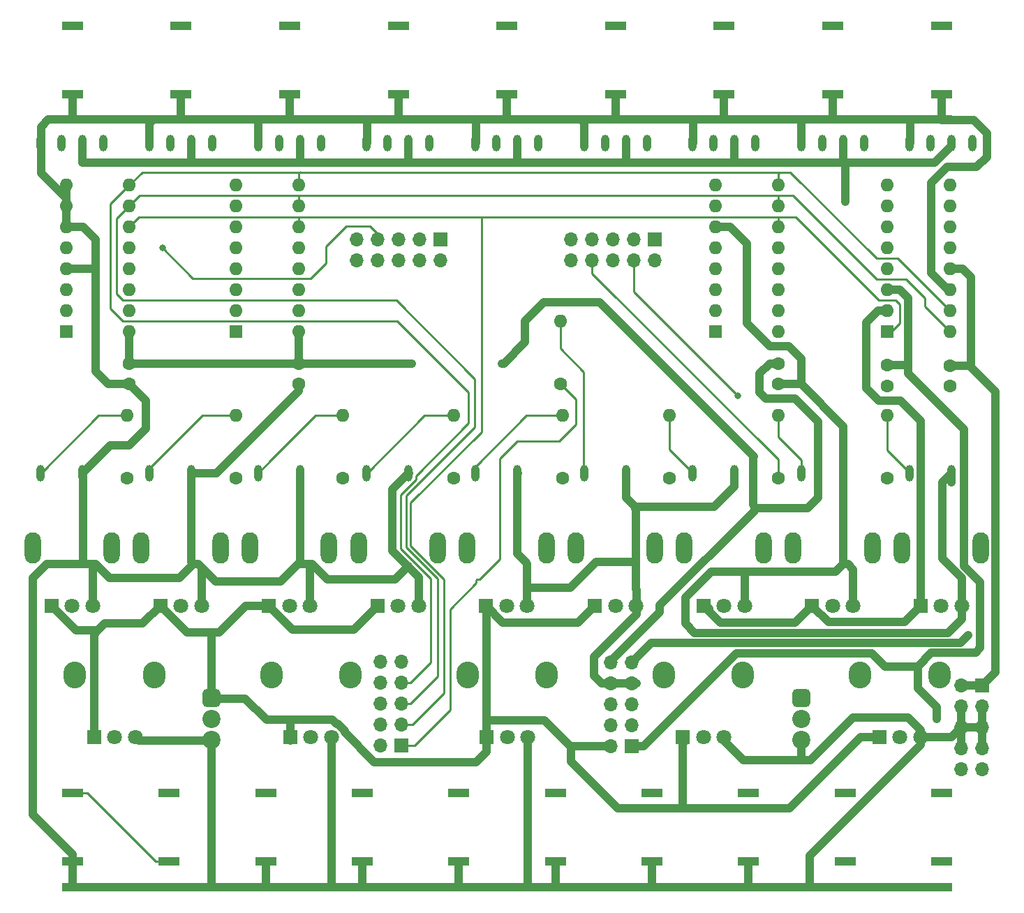
<source format=gbr>
G04 #@! TF.GenerationSoftware,KiCad,Pcbnew,8.0.5*
G04 #@! TF.CreationDate,2025-04-20T22:26:55-07:00*
G04 #@! TF.ProjectId,Tap-O-Matic,5461702d-4f2d-44d6-9174-69632e6b6963,rev?*
G04 #@! TF.SameCoordinates,Original*
G04 #@! TF.FileFunction,Copper,L2,Bot*
G04 #@! TF.FilePolarity,Positive*
%FSLAX46Y46*%
G04 Gerber Fmt 4.6, Leading zero omitted, Abs format (unit mm)*
G04 Created by KiCad (PCBNEW 8.0.5) date 2025-04-20 22:26:55*
%MOMM*%
%LPD*%
G01*
G04 APERTURE LIST*
G04 Aperture macros list*
%AMRoundRect*
0 Rectangle with rounded corners*
0 $1 Rounding radius*
0 $2 $3 $4 $5 $6 $7 $8 $9 X,Y pos of 4 corners*
0 Add a 4 corners polygon primitive as box body*
4,1,4,$2,$3,$4,$5,$6,$7,$8,$9,$2,$3,0*
0 Add four circle primitives for the rounded corners*
1,1,$1+$1,$2,$3*
1,1,$1+$1,$4,$5*
1,1,$1+$1,$6,$7*
1,1,$1+$1,$8,$9*
0 Add four rect primitives between the rounded corners*
20,1,$1+$1,$2,$3,$4,$5,0*
20,1,$1+$1,$4,$5,$6,$7,0*
20,1,$1+$1,$6,$7,$8,$9,0*
20,1,$1+$1,$8,$9,$2,$3,0*%
G04 Aperture macros list end*
G04 #@! TA.AperFunction,ComponentPad*
%ADD10R,2.500000X1.000000*%
G04 #@! TD*
G04 #@! TA.AperFunction,ComponentPad*
%ADD11C,1.600000*%
G04 #@! TD*
G04 #@! TA.AperFunction,ComponentPad*
%ADD12O,1.600000X1.600000*%
G04 #@! TD*
G04 #@! TA.AperFunction,ComponentPad*
%ADD13O,1.000000X2.000000*%
G04 #@! TD*
G04 #@! TA.AperFunction,ComponentPad*
%ADD14O,2.720000X3.240000*%
G04 #@! TD*
G04 #@! TA.AperFunction,ComponentPad*
%ADD15R,1.800000X1.800000*%
G04 #@! TD*
G04 #@! TA.AperFunction,ComponentPad*
%ADD16C,1.800000*%
G04 #@! TD*
G04 #@! TA.AperFunction,ComponentPad*
%ADD17O,2.000000X3.800000*%
G04 #@! TD*
G04 #@! TA.AperFunction,ComponentPad*
%ADD18RoundRect,0.550000X0.550000X0.550000X-0.550000X0.550000X-0.550000X-0.550000X0.550000X-0.550000X0*%
G04 #@! TD*
G04 #@! TA.AperFunction,ComponentPad*
%ADD19C,2.200000*%
G04 #@! TD*
G04 #@! TA.AperFunction,ComponentPad*
%ADD20R,1.600000X1.600000*%
G04 #@! TD*
G04 #@! TA.AperFunction,ComponentPad*
%ADD21R,1.700000X1.700000*%
G04 #@! TD*
G04 #@! TA.AperFunction,ComponentPad*
%ADD22O,1.700000X1.700000*%
G04 #@! TD*
G04 #@! TA.AperFunction,ViaPad*
%ADD23C,0.800000*%
G04 #@! TD*
G04 #@! TA.AperFunction,Conductor*
%ADD24C,1.000000*%
G04 #@! TD*
G04 #@! TA.AperFunction,Conductor*
%ADD25C,0.250000*%
G04 #@! TD*
G04 APERTURE END LIST*
D10*
G04 #@! TO.P,J1,1*
G04 #@! TO.N,GND*
X7594600Y94612000D03*
G04 #@! TO.P,J1,2*
X7594600Y97712000D03*
G04 #@! TO.P,J1,3*
G04 #@! TO.N,LevelCV0*
X7594600Y106012000D03*
G04 #@! TD*
G04 #@! TO.P,J2,1*
G04 #@! TO.N,GND*
X20770850Y94612000D03*
G04 #@! TO.P,J2,2*
X20770850Y97712000D03*
G04 #@! TO.P,J2,3*
G04 #@! TO.N,LevelCV1*
X20770850Y106012000D03*
G04 #@! TD*
G04 #@! TO.P,J3,1*
G04 #@! TO.N,GND*
X33947100Y94612000D03*
G04 #@! TO.P,J3,2*
X33947100Y97712000D03*
G04 #@! TO.P,J3,3*
G04 #@! TO.N,LevelCV2*
X33947100Y106012000D03*
G04 #@! TD*
G04 #@! TO.P,J4,1*
G04 #@! TO.N,GND*
X47123350Y94612000D03*
G04 #@! TO.P,J4,2*
X47123350Y97712000D03*
G04 #@! TO.P,J4,3*
G04 #@! TO.N,LevelCV3*
X47123350Y106012000D03*
G04 #@! TD*
G04 #@! TO.P,J5,1*
G04 #@! TO.N,GND*
X60299600Y94612000D03*
G04 #@! TO.P,J5,2*
X60299600Y97712000D03*
G04 #@! TO.P,J5,3*
G04 #@! TO.N,LevelCV4*
X60299600Y106012000D03*
G04 #@! TD*
G04 #@! TO.P,J6,1*
G04 #@! TO.N,GND*
X73475850Y94612000D03*
G04 #@! TO.P,J6,2*
X73475850Y97712000D03*
G04 #@! TO.P,J6,3*
G04 #@! TO.N,LevelCV5*
X73475850Y106012000D03*
G04 #@! TD*
G04 #@! TO.P,J7,1*
G04 #@! TO.N,GND*
X86652100Y94612000D03*
G04 #@! TO.P,J7,2*
X86652100Y97712000D03*
G04 #@! TO.P,J7,3*
G04 #@! TO.N,LevelCV6*
X86652100Y106012000D03*
G04 #@! TD*
G04 #@! TO.P,J8,1*
G04 #@! TO.N,GND*
X99828350Y94612000D03*
G04 #@! TO.P,J8,2*
X99828350Y97712000D03*
G04 #@! TO.P,J8,3*
G04 #@! TO.N,LevelCV7*
X99828350Y106012000D03*
G04 #@! TD*
G04 #@! TO.P,J9,1*
G04 #@! TO.N,GND*
X113004600Y94612000D03*
G04 #@! TO.P,J9,2*
X113004600Y97712000D03*
G04 #@! TO.P,J9,3*
G04 #@! TO.N,LevelCV8*
X113004600Y106012000D03*
G04 #@! TD*
G04 #@! TO.P,CLOCK1,1*
G04 #@! TO.N,GND*
X42756666Y1521000D03*
G04 #@! TO.P,CLOCK1,2*
X42756666Y4621000D03*
G04 #@! TO.P,CLOCK1,3*
G04 #@! TO.N,Clock*
X42756666Y12921000D03*
G04 #@! TD*
G04 #@! TO.P,SPREAD1,1*
G04 #@! TO.N,GND*
X31044444Y1521000D03*
G04 #@! TO.P,SPREAD1,2*
X31044444Y4621000D03*
G04 #@! TO.P,SPREAD1,3*
G04 #@! TO.N,SpreadCV*
X31044444Y12921000D03*
G04 #@! TD*
G04 #@! TO.P,TIME1,1*
G04 #@! TO.N,GND*
X54468888Y1521000D03*
G04 #@! TO.P,TIME1,2*
X54468888Y4621000D03*
G04 #@! TO.P,TIME1,3*
G04 #@! TO.N,TimeCV*
X54468888Y12921000D03*
G04 #@! TD*
G04 #@! TO.P,FB1,1*
G04 #@! TO.N,GND*
X66181110Y1521000D03*
G04 #@! TO.P,FB1,2*
X66181110Y4621000D03*
G04 #@! TO.P,FB1,3*
G04 #@! TO.N,FeedbackCV*
X66181110Y12921000D03*
G04 #@! TD*
G04 #@! TO.P,HPF1,1*
G04 #@! TO.N,GND*
X77893332Y1521000D03*
G04 #@! TO.P,HPF1,2*
X77893332Y4621000D03*
G04 #@! TO.P,HPF1,3*
G04 #@! TO.N,HighPassCV*
X77893332Y12921000D03*
G04 #@! TD*
G04 #@! TO.P,LPF1,1*
G04 #@! TO.N,GND*
X89605554Y1521000D03*
G04 #@! TO.P,LPF1,2*
X89605554Y4621000D03*
G04 #@! TO.P,LPF1,3*
G04 #@! TO.N,LowPassCV*
X89605554Y12921000D03*
G04 #@! TD*
G04 #@! TO.P,IN_L1,1*
G04 #@! TO.N,GND*
X7620000Y1521000D03*
G04 #@! TO.P,IN_L1,2*
X7620000Y4621000D03*
G04 #@! TO.P,IN_L1,3*
G04 #@! TO.N,AudioInL*
X7620000Y12921000D03*
G04 #@! TD*
G04 #@! TO.P,IN_R1,1*
G04 #@! TO.N,GND*
X19332222Y1521000D03*
G04 #@! TO.P,IN_R1,2*
G04 #@! TO.N,AudioInL*
X19332222Y4621000D03*
G04 #@! TO.P,IN_R1,3*
G04 #@! TO.N,AudioInR*
X19332222Y12921000D03*
G04 #@! TD*
G04 #@! TO.P,OUT_L1,1*
G04 #@! TO.N,GND*
X101317776Y1521000D03*
G04 #@! TO.P,OUT_L1,2*
G04 #@! TO.N,Net-(OUT_L1-Pad2)*
X101317776Y4621000D03*
G04 #@! TO.P,OUT_L1,3*
G04 #@! TO.N,AudioOutL*
X101317776Y12921000D03*
G04 #@! TD*
G04 #@! TO.P,OUT_R1,1*
G04 #@! TO.N,GND*
X113030000Y1521000D03*
G04 #@! TO.P,OUT_R1,2*
G04 #@! TO.N,Net-(OUT_R1-Pad2)*
X113030000Y4621000D03*
G04 #@! TO.P,OUT_R1,3*
G04 #@! TO.N,AudioOutR*
X113030000Y12921000D03*
G04 #@! TD*
D11*
G04 #@! TO.P,R10,1*
G04 #@! TO.N,LED0*
X14224000Y51104800D03*
D12*
G04 #@! TO.P,R10,2*
G04 #@! TO.N,Net-(R1-PadB)*
X14224000Y58724800D03*
G04 #@! TD*
D11*
G04 #@! TO.P,R11,1*
G04 #@! TO.N,LED1*
X27432000Y51104800D03*
D12*
G04 #@! TO.P,R11,2*
G04 #@! TO.N,Net-(R11-Pad2)*
X27432000Y58724800D03*
G04 #@! TD*
D11*
G04 #@! TO.P,R12,1*
G04 #@! TO.N,LED2*
X40386000Y51104800D03*
D12*
G04 #@! TO.P,R12,2*
G04 #@! TO.N,Net-(R12-Pad2)*
X40386000Y58724800D03*
G04 #@! TD*
D11*
G04 #@! TO.P,R13,1*
G04 #@! TO.N,LED3*
X53848000Y51104800D03*
D12*
G04 #@! TO.P,R13,2*
G04 #@! TO.N,Net-(R13-Pad2)*
X53848000Y58724800D03*
G04 #@! TD*
D11*
G04 #@! TO.P,R14,1*
G04 #@! TO.N,LED4*
X67056000Y51104800D03*
D12*
G04 #@! TO.P,R14,2*
G04 #@! TO.N,Net-(R14-Pad2)*
X67056000Y58724800D03*
G04 #@! TD*
D11*
G04 #@! TO.P,R15,1*
G04 #@! TO.N,LED5*
X66802000Y62534800D03*
D12*
G04 #@! TO.P,R15,2*
G04 #@! TO.N,Net-(R15-Pad2)*
X66802000Y70154800D03*
G04 #@! TD*
D11*
G04 #@! TO.P,R16,1*
G04 #@! TO.N,LED6*
X80010000Y51104800D03*
D12*
G04 #@! TO.P,R16,2*
G04 #@! TO.N,Net-(R16-Pad2)*
X80010000Y58724800D03*
G04 #@! TD*
D11*
G04 #@! TO.P,R17,1*
G04 #@! TO.N,LED7*
X93218000Y51104800D03*
D12*
G04 #@! TO.P,R17,2*
G04 #@! TO.N,Net-(R17-Pad2)*
X93218000Y58724800D03*
G04 #@! TD*
D11*
G04 #@! TO.P,R18,1*
G04 #@! TO.N,LED8*
X106426000Y51104800D03*
D12*
G04 #@! TO.P,R18,2*
G04 #@! TO.N,Net-(R18-Pad2)*
X106426000Y58724800D03*
G04 #@! TD*
D13*
G04 #@! TO.P,R2,1*
G04 #@! TO.N,+3V3*
X22015450Y91744800D03*
G04 #@! TO.P,R2,2*
G04 #@! TO.N,Level1*
X24555450Y91744800D03*
G04 #@! TO.P,R2,3*
G04 #@! TO.N,GND*
X22015450Y51744800D03*
G04 #@! TO.P,R2,B*
G04 #@! TO.N,Net-(R11-Pad2)*
X16935450Y51744800D03*
G04 #@! TO.P,R2,E*
G04 #@! TO.N,GND*
X16935450Y91744800D03*
G04 #@! TO.P,R2,L*
G04 #@! TO.N,N/C*
X19475450Y91744800D03*
G04 #@! TD*
G04 #@! TO.P,R3,1*
G04 #@! TO.N,+3V3*
X35191700Y91744800D03*
G04 #@! TO.P,R3,2*
G04 #@! TO.N,Level2*
X37731700Y91744800D03*
G04 #@! TO.P,R3,3*
G04 #@! TO.N,GND*
X35191700Y51744800D03*
G04 #@! TO.P,R3,B*
G04 #@! TO.N,Net-(R12-Pad2)*
X30111700Y51744800D03*
G04 #@! TO.P,R3,E*
G04 #@! TO.N,GND*
X30111700Y91744800D03*
G04 #@! TO.P,R3,L*
G04 #@! TO.N,N/C*
X32651700Y91744800D03*
G04 #@! TD*
G04 #@! TO.P,R4,1*
G04 #@! TO.N,+3V3*
X48367950Y91744800D03*
G04 #@! TO.P,R4,2*
G04 #@! TO.N,Level3*
X50907950Y91744800D03*
G04 #@! TO.P,R4,3*
G04 #@! TO.N,GND*
X48367950Y51744800D03*
G04 #@! TO.P,R4,B*
G04 #@! TO.N,Net-(R13-Pad2)*
X43287950Y51744800D03*
G04 #@! TO.P,R4,E*
G04 #@! TO.N,GND*
X43287950Y91744800D03*
G04 #@! TO.P,R4,L*
G04 #@! TO.N,N/C*
X45827950Y91744800D03*
G04 #@! TD*
G04 #@! TO.P,R5,1*
G04 #@! TO.N,+3V3*
X61544200Y91744800D03*
G04 #@! TO.P,R5,2*
G04 #@! TO.N,Level4*
X64084200Y91744800D03*
G04 #@! TO.P,R5,3*
G04 #@! TO.N,GND*
X61544200Y51744800D03*
G04 #@! TO.P,R5,B*
G04 #@! TO.N,Net-(R14-Pad2)*
X56464200Y51744800D03*
G04 #@! TO.P,R5,E*
G04 #@! TO.N,GND*
X56464200Y91744800D03*
G04 #@! TO.P,R5,L*
G04 #@! TO.N,N/C*
X59004200Y91744800D03*
G04 #@! TD*
G04 #@! TO.P,R8,1*
G04 #@! TO.N,+3V3*
X101072950Y91744800D03*
G04 #@! TO.P,R8,2*
G04 #@! TO.N,Level7*
X103612950Y91744800D03*
G04 #@! TO.P,R8,3*
G04 #@! TO.N,GND*
X101072950Y51744800D03*
G04 #@! TO.P,R8,B*
G04 #@! TO.N,Net-(R17-Pad2)*
X95992950Y51744800D03*
G04 #@! TO.P,R8,E*
G04 #@! TO.N,GND*
X95992950Y91744800D03*
G04 #@! TO.P,R8,L*
G04 #@! TO.N,N/C*
X98532950Y91744800D03*
G04 #@! TD*
G04 #@! TO.P,R9,1*
G04 #@! TO.N,+3V3*
X114249200Y91744800D03*
G04 #@! TO.P,R9,2*
G04 #@! TO.N,Level8*
X116789200Y91744800D03*
G04 #@! TO.P,R9,3*
G04 #@! TO.N,GND*
X114249200Y51744800D03*
G04 #@! TO.P,R9,B*
G04 #@! TO.N,Net-(R18-Pad2)*
X109169200Y51744800D03*
G04 #@! TO.P,R9,E*
G04 #@! TO.N,GND*
X109169200Y91744800D03*
G04 #@! TO.P,R9,L*
G04 #@! TO.N,N/C*
X111709200Y91744800D03*
G04 #@! TD*
D14*
G04 #@! TO.P,RTIME1,*
G04 #@! TO.N,*
X7900640Y27253580D03*
X17500640Y27253580D03*
D15*
G04 #@! TO.P,RTIME1,1*
G04 #@! TO.N,+3V3*
X10200640Y19753580D03*
D16*
G04 #@! TO.P,RTIME1,2*
G04 #@! TO.N,Time*
X12700640Y19753580D03*
G04 #@! TO.P,RTIME1,3*
G04 #@! TO.N,GND*
X15200640Y19753580D03*
G04 #@! TD*
D14*
G04 #@! TO.P,RFB1,*
G04 #@! TO.N,*
X55525640Y27253580D03*
X65125640Y27253580D03*
D15*
G04 #@! TO.P,RFB1,1*
G04 #@! TO.N,+3V3*
X57825640Y19753580D03*
D16*
G04 #@! TO.P,RFB1,2*
G04 #@! TO.N,Feedback*
X60325640Y19753580D03*
G04 #@! TO.P,RFB1,3*
G04 #@! TO.N,GND*
X62825640Y19753580D03*
G04 #@! TD*
D14*
G04 #@! TO.P,RHPF1,*
G04 #@! TO.N,*
X79338140Y27253580D03*
X88938140Y27253580D03*
D15*
G04 #@! TO.P,RHPF1,1*
G04 #@! TO.N,+3V3*
X81638140Y19753580D03*
D16*
G04 #@! TO.P,RHPF1,2*
G04 #@! TO.N,HighPass*
X84138140Y19753580D03*
G04 #@! TO.P,RHPF1,3*
G04 #@! TO.N,GND*
X86638140Y19753580D03*
G04 #@! TD*
D14*
G04 #@! TO.P,RLPF1,*
G04 #@! TO.N,*
X103150640Y27253580D03*
X112750640Y27253580D03*
D15*
G04 #@! TO.P,RLPF1,1*
G04 #@! TO.N,+3V3*
X105450640Y19753580D03*
D16*
G04 #@! TO.P,RLPF1,2*
G04 #@! TO.N,LowPass*
X107950640Y19753580D03*
G04 #@! TO.P,RLPF1,3*
G04 #@! TO.N,GND*
X110450640Y19753580D03*
G04 #@! TD*
D17*
G04 #@! TO.P,RV6,*
G04 #@! TO.N,*
X2769840Y42627180D03*
X12369840Y42627180D03*
D15*
G04 #@! TO.P,RV6,1*
G04 #@! TO.N,+3V3*
X5069200Y35627800D03*
D16*
G04 #@! TO.P,RV6,2*
G04 #@! TO.N,Pan0*
X7569200Y35627800D03*
G04 #@! TO.P,RV6,3*
G04 #@! TO.N,GND*
X10069200Y35627800D03*
G04 #@! TD*
D17*
G04 #@! TO.P,RV8,*
G04 #@! TO.N,*
X29122340Y42627180D03*
X38722340Y42627180D03*
D15*
G04 #@! TO.P,RV8,1*
G04 #@! TO.N,+3V3*
X31421700Y35627800D03*
D16*
G04 #@! TO.P,RV8,2*
G04 #@! TO.N,Pan2*
X33921700Y35627800D03*
G04 #@! TO.P,RV8,3*
G04 #@! TO.N,GND*
X36421700Y35627800D03*
G04 #@! TD*
D17*
G04 #@! TO.P,RV9,*
G04 #@! TO.N,*
X42298590Y42627180D03*
X51898590Y42627180D03*
D15*
G04 #@! TO.P,RV9,1*
G04 #@! TO.N,+3V3*
X44597950Y35627800D03*
D16*
G04 #@! TO.P,RV9,2*
G04 #@! TO.N,Pan3*
X47097950Y35627800D03*
G04 #@! TO.P,RV9,3*
G04 #@! TO.N,GND*
X49597950Y35627800D03*
G04 #@! TD*
D17*
G04 #@! TO.P,RV10,*
G04 #@! TO.N,*
X55474840Y42627180D03*
X65074840Y42627180D03*
D15*
G04 #@! TO.P,RV10,1*
G04 #@! TO.N,+3V3*
X57774200Y35627800D03*
D16*
G04 #@! TO.P,RV10,2*
G04 #@! TO.N,Pan4*
X60274200Y35627800D03*
G04 #@! TO.P,RV10,3*
G04 #@! TO.N,GND*
X62774200Y35627800D03*
G04 #@! TD*
D17*
G04 #@! TO.P,RV11,*
G04 #@! TO.N,*
X68651090Y42627180D03*
X78251090Y42627180D03*
D15*
G04 #@! TO.P,RV11,1*
G04 #@! TO.N,+3V3*
X70950450Y35627800D03*
D16*
G04 #@! TO.P,RV11,2*
G04 #@! TO.N,Pan5*
X73450450Y35627800D03*
G04 #@! TO.P,RV11,3*
G04 #@! TO.N,GND*
X75950450Y35627800D03*
G04 #@! TD*
D17*
G04 #@! TO.P,RV12,*
G04 #@! TO.N,*
X81827340Y42627180D03*
X91427340Y42627180D03*
D15*
G04 #@! TO.P,RV12,1*
G04 #@! TO.N,+3V3*
X84126700Y35627800D03*
D16*
G04 #@! TO.P,RV12,2*
G04 #@! TO.N,Pan6*
X86626700Y35627800D03*
G04 #@! TO.P,RV12,3*
G04 #@! TO.N,GND*
X89126700Y35627800D03*
G04 #@! TD*
D17*
G04 #@! TO.P,RV13,*
G04 #@! TO.N,*
X95003590Y42627180D03*
X104603590Y42627180D03*
D15*
G04 #@! TO.P,RV13,1*
G04 #@! TO.N,+3V3*
X97302950Y35627800D03*
D16*
G04 #@! TO.P,RV13,2*
G04 #@! TO.N,Pan7*
X99802950Y35627800D03*
G04 #@! TO.P,RV13,3*
G04 #@! TO.N,GND*
X102302950Y35627800D03*
G04 #@! TD*
D17*
G04 #@! TO.P,RV14,*
G04 #@! TO.N,*
X108179840Y42627180D03*
X117779840Y42627180D03*
D15*
G04 #@! TO.P,RV14,1*
G04 #@! TO.N,+3V3*
X110479200Y35627800D03*
D16*
G04 #@! TO.P,RV14,2*
G04 #@! TO.N,Pan8*
X112979200Y35627800D03*
G04 #@! TO.P,RV14,3*
G04 #@! TO.N,GND*
X115479200Y35627800D03*
G04 #@! TD*
D14*
G04 #@! TO.P,RSPREAD1,*
G04 #@! TO.N,*
X31713140Y27253580D03*
X41313140Y27253580D03*
D15*
G04 #@! TO.P,RSPREAD1,1*
G04 #@! TO.N,+3V3*
X34013140Y19753580D03*
D16*
G04 #@! TO.P,RSPREAD1,2*
G04 #@! TO.N,Spread*
X36513140Y19753580D03*
G04 #@! TO.P,RSPREAD1,3*
G04 #@! TO.N,GND*
X39013140Y19753580D03*
G04 #@! TD*
D13*
G04 #@! TO.P,R1,1*
G04 #@! TO.N,+3V3*
X8839200Y91744800D03*
G04 #@! TO.P,R1,2*
G04 #@! TO.N,Level0*
X11379200Y91744800D03*
G04 #@! TO.P,R1,3*
G04 #@! TO.N,GND*
X8839200Y51744800D03*
G04 #@! TO.P,R1,B*
G04 #@! TO.N,Net-(R1-PadB)*
X3759200Y51744800D03*
G04 #@! TO.P,R1,E*
G04 #@! TO.N,GND*
X3759200Y91744800D03*
G04 #@! TO.P,R1,L*
G04 #@! TO.N,N/C*
X6299200Y91744800D03*
G04 #@! TD*
D18*
G04 #@! TO.P,SW1,1*
G04 #@! TO.N,+3V3*
X24485600Y24434800D03*
D19*
G04 #@! TO.P,SW1,2*
G04 #@! TO.N,SWITCH1*
X24485600Y21894800D03*
G04 #@! TO.P,SW1,3*
G04 #@! TO.N,GND*
X24485600Y19354800D03*
G04 #@! TD*
D18*
G04 #@! TO.P,SW2,1*
G04 #@! TO.N,+3V3*
X96018990Y24434800D03*
D19*
G04 #@! TO.P,SW2,2*
G04 #@! TO.N,SWITCH2*
X96018990Y21894800D03*
G04 #@! TO.P,SW2,3*
G04 #@! TO.N,GND*
X96018990Y19354800D03*
G04 #@! TD*
D17*
G04 #@! TO.P,RV7,*
G04 #@! TO.N,*
X15946090Y42627180D03*
X25546090Y42627180D03*
D15*
G04 #@! TO.P,RV7,1*
G04 #@! TO.N,+3V3*
X18245450Y35627800D03*
D16*
G04 #@! TO.P,RV7,2*
G04 #@! TO.N,Pan1*
X20745450Y35627800D03*
G04 #@! TO.P,RV7,3*
G04 #@! TO.N,GND*
X23245450Y35627800D03*
G04 #@! TD*
D13*
G04 #@! TO.P,R7,1*
G04 #@! TO.N,+3V3*
X87896700Y91744800D03*
G04 #@! TO.P,R7,2*
G04 #@! TO.N,Level6*
X90436700Y91744800D03*
G04 #@! TO.P,R7,3*
G04 #@! TO.N,GND*
X87896700Y51744800D03*
G04 #@! TO.P,R7,B*
G04 #@! TO.N,Net-(R16-Pad2)*
X82816700Y51744800D03*
G04 #@! TO.P,R7,E*
G04 #@! TO.N,GND*
X82816700Y91744800D03*
G04 #@! TO.P,R7,L*
G04 #@! TO.N,N/C*
X85356700Y91744800D03*
G04 #@! TD*
G04 #@! TO.P,R6,1*
G04 #@! TO.N,+3V3*
X74720450Y91744800D03*
G04 #@! TO.P,R6,2*
G04 #@! TO.N,Level5*
X77260450Y91744800D03*
G04 #@! TO.P,R6,3*
G04 #@! TO.N,GND*
X74720450Y51744800D03*
G04 #@! TO.P,R6,B*
G04 #@! TO.N,Net-(R15-Pad2)*
X69640450Y51744800D03*
G04 #@! TO.P,R6,E*
G04 #@! TO.N,GND*
X69640450Y91744800D03*
G04 #@! TO.P,R6,L*
G04 #@! TO.N,N/C*
X72180450Y91744800D03*
G04 #@! TD*
D11*
G04 #@! TO.P,C1,1*
G04 #@! TO.N,GND*
X93218000Y62534800D03*
G04 #@! TO.P,C1,2*
G04 #@! TO.N,+5V*
X93218000Y65034800D03*
G04 #@! TD*
G04 #@! TO.P,C2,1*
G04 #@! TO.N,GND*
X35052000Y62534800D03*
G04 #@! TO.P,C2,2*
G04 #@! TO.N,+5V*
X35052000Y65034800D03*
G04 #@! TD*
G04 #@! TO.P,C3,1*
G04 #@! TO.N,GND*
X14478000Y62534800D03*
G04 #@! TO.P,C3,2*
G04 #@! TO.N,+5V*
X14478000Y65034800D03*
G04 #@! TD*
D20*
G04 #@! TO.P,U3,1*
G04 #@! TO.N,Pan4*
X85598000Y68884800D03*
D12*
G04 #@! TO.P,U3,2*
G04 #@! TO.N,Pan3*
X85598000Y71424800D03*
G04 #@! TO.P,U3,3*
G04 #@! TO.N,PanMux*
X85598000Y73964800D03*
G04 #@! TO.P,U3,4*
G04 #@! TO.N,Pan2*
X85598000Y76504800D03*
G04 #@! TO.P,U3,5*
G04 #@! TO.N,Pan1*
X85598000Y79044800D03*
G04 #@! TO.P,U3,6*
G04 #@! TO.N,GND*
X85598000Y81584800D03*
G04 #@! TO.P,U3,7*
X85598000Y84124800D03*
G04 #@! TO.P,U3,8*
X85598000Y86664800D03*
G04 #@! TO.P,U3,9*
G04 #@! TO.N,MuxC*
X93218000Y86664800D03*
G04 #@! TO.P,U3,10*
G04 #@! TO.N,MuxB*
X93218000Y84124800D03*
G04 #@! TO.P,U3,11*
G04 #@! TO.N,MuxA*
X93218000Y81584800D03*
G04 #@! TO.P,U3,12*
G04 #@! TO.N,Pan8*
X93218000Y79044800D03*
G04 #@! TO.P,U3,13*
G04 #@! TO.N,Pan7*
X93218000Y76504800D03*
G04 #@! TO.P,U3,14*
G04 #@! TO.N,Pan5*
X93218000Y73964800D03*
G04 #@! TO.P,U3,15*
G04 #@! TO.N,Pan6*
X93218000Y71424800D03*
G04 #@! TO.P,U3,16*
G04 #@! TO.N,+5V*
X93218000Y68884800D03*
G04 #@! TD*
D20*
G04 #@! TO.P,U4,1*
G04 #@! TO.N,Time*
X6858000Y68884800D03*
D12*
G04 #@! TO.P,U4,2*
G04 #@! TO.N,Pan0*
X6858000Y71424800D03*
G04 #@! TO.P,U4,3*
G04 #@! TO.N,MiscMux*
X6858000Y73964800D03*
G04 #@! TO.P,U4,4*
G04 #@! TO.N,GND*
X6858000Y76504800D03*
G04 #@! TO.P,U4,5*
G04 #@! TO.N,LowPass*
X6858000Y79044800D03*
G04 #@! TO.P,U4,6*
G04 #@! TO.N,GND*
X6858000Y81584800D03*
G04 #@! TO.P,U4,7*
X6858000Y84124800D03*
G04 #@! TO.P,U4,8*
X6858000Y86664800D03*
G04 #@! TO.P,U4,9*
G04 #@! TO.N,MuxC*
X14478000Y86664800D03*
G04 #@! TO.P,U4,10*
G04 #@! TO.N,MuxB*
X14478000Y84124800D03*
G04 #@! TO.P,U4,11*
G04 #@! TO.N,MuxA*
X14478000Y81584800D03*
G04 #@! TO.P,U4,12*
G04 #@! TO.N,Level0*
X14478000Y79044800D03*
G04 #@! TO.P,U4,13*
G04 #@! TO.N,HighPass*
X14478000Y76504800D03*
G04 #@! TO.P,U4,14*
G04 #@! TO.N,Feedback*
X14478000Y73964800D03*
G04 #@! TO.P,U4,15*
G04 #@! TO.N,Spread*
X14478000Y71424800D03*
G04 #@! TO.P,U4,16*
G04 #@! TO.N,+5V*
X14478000Y68884800D03*
G04 #@! TD*
D20*
G04 #@! TO.P,U5,1*
G04 #@! TO.N,MuxA*
X106426000Y68884800D03*
D12*
G04 #@! TO.P,U5,2*
G04 #@! TO.N,+3V3*
X106426000Y71424800D03*
G04 #@! TO.P,U5,3*
G04 #@! TO.N,-12V*
X106426000Y73964800D03*
G04 #@! TO.P,U5,4*
G04 #@! TO.N,LevelCV4*
X106426000Y76504800D03*
G04 #@! TO.P,U5,5*
G04 #@! TO.N,LevelCV3*
X106426000Y79044800D03*
G04 #@! TO.P,U5,6*
G04 #@! TO.N,LevelCV2*
X106426000Y81584800D03*
G04 #@! TO.P,U5,7*
G04 #@! TO.N,LevelCV1*
X106426000Y84124800D03*
G04 #@! TO.P,U5,8*
G04 #@! TO.N,LevelCVMux*
X106426000Y86664800D03*
G04 #@! TO.P,U5,9*
G04 #@! TO.N,LevelCV8*
X114046000Y86664800D03*
G04 #@! TO.P,U5,10*
G04 #@! TO.N,LevelCV7*
X114046000Y84124800D03*
G04 #@! TO.P,U5,11*
G04 #@! TO.N,LevelCV6*
X114046000Y81584800D03*
G04 #@! TO.P,U5,12*
G04 #@! TO.N,LevelCV5*
X114046000Y79044800D03*
G04 #@! TO.P,U5,13*
G04 #@! TO.N,+12V*
X114046000Y76504800D03*
G04 #@! TO.P,U5,14*
G04 #@! TO.N,GND*
X114046000Y73964800D03*
G04 #@! TO.P,U5,15*
G04 #@! TO.N,MuxC*
X114046000Y71424800D03*
G04 #@! TO.P,U5,16*
G04 #@! TO.N,MuxB*
X114046000Y68884800D03*
G04 #@! TD*
D20*
G04 #@! TO.P,U2,1*
G04 #@! TO.N,Level4*
X27432000Y68884800D03*
D12*
G04 #@! TO.P,U2,2*
G04 #@! TO.N,Level3*
X27432000Y71424800D03*
G04 #@! TO.P,U2,3*
G04 #@! TO.N,LevelMux*
X27432000Y73964800D03*
G04 #@! TO.P,U2,4*
G04 #@! TO.N,Level2*
X27432000Y76504800D03*
G04 #@! TO.P,U2,5*
G04 #@! TO.N,Level1*
X27432000Y79044800D03*
G04 #@! TO.P,U2,6*
G04 #@! TO.N,GND*
X27432000Y81584800D03*
G04 #@! TO.P,U2,7*
X27432000Y84124800D03*
G04 #@! TO.P,U2,8*
X27432000Y86664800D03*
G04 #@! TO.P,U2,9*
G04 #@! TO.N,MuxC*
X35052000Y86664800D03*
G04 #@! TO.P,U2,10*
G04 #@! TO.N,MuxB*
X35052000Y84124800D03*
G04 #@! TO.P,U2,11*
G04 #@! TO.N,MuxA*
X35052000Y81584800D03*
G04 #@! TO.P,U2,12*
G04 #@! TO.N,Level5*
X35052000Y79044800D03*
G04 #@! TO.P,U2,13*
G04 #@! TO.N,Level6*
X35052000Y76504800D03*
G04 #@! TO.P,U2,14*
G04 #@! TO.N,Level7*
X35052000Y73964800D03*
G04 #@! TO.P,U2,15*
G04 #@! TO.N,Level8*
X35052000Y71424800D03*
G04 #@! TO.P,U2,16*
G04 #@! TO.N,+5V*
X35052000Y68884800D03*
G04 #@! TD*
D11*
G04 #@! TO.P,C5,1*
G04 #@! TO.N,-12V*
X106426000Y64820800D03*
G04 #@! TO.P,C5,2*
G04 #@! TO.N,GND*
X106426000Y62320800D03*
G04 #@! TD*
G04 #@! TO.P,C4,1*
G04 #@! TO.N,GND*
X114046000Y62280800D03*
G04 #@! TO.P,C4,2*
G04 #@! TO.N,+12V*
X114046000Y64780800D03*
G04 #@! TD*
D21*
G04 #@! TO.P,J16,1*
G04 #@! TO.N,+12V*
X117935424Y26011977D03*
D22*
G04 #@! TO.P,J16,2*
X115395424Y26011977D03*
G04 #@! TO.P,J16,3*
G04 #@! TO.N,GND*
X117935424Y23471977D03*
G04 #@! TO.P,J16,4*
X115395424Y23471977D03*
G04 #@! TO.P,J16,5*
X117935424Y20931977D03*
G04 #@! TO.P,J16,6*
X115395424Y20931977D03*
G04 #@! TO.P,J16,7*
X117935424Y18391977D03*
G04 #@! TO.P,J16,8*
X115395424Y18391977D03*
G04 #@! TO.P,J16,9*
G04 #@! TO.N,-12V*
X117935424Y15851977D03*
G04 #@! TO.P,J16,10*
X115395424Y15851977D03*
G04 #@! TD*
D21*
G04 #@! TO.P,U1,1*
G04 #@! TO.N,-12V*
X75410000Y18594800D03*
D22*
G04 #@! TO.P,U1,2*
G04 #@! TO.N,LED6*
X75410000Y21134800D03*
G04 #@! TO.P,U1,3*
G04 #@! TO.N,PanMux*
X75410000Y23674800D03*
G04 #@! TO.P,U1,4*
G04 #@! TO.N,GND*
X75410000Y26214800D03*
G04 #@! TO.P,U1,5*
G04 #@! TO.N,+12V*
X75410000Y28754800D03*
G04 #@! TO.P,U1,6*
G04 #@! TO.N,+5V*
X72870000Y28754800D03*
G04 #@! TO.P,U1,7*
G04 #@! TO.N,GND*
X72870000Y26214800D03*
G04 #@! TO.P,U1,8*
G04 #@! TO.N,LED4*
X72870000Y23674800D03*
G04 #@! TO.P,U1,9*
G04 #@! TO.N,LED3*
X72870000Y21134800D03*
G04 #@! TO.P,U1,10*
G04 #@! TO.N,+3V3*
X72870000Y18594800D03*
D21*
G04 #@! TO.P,U1,11*
G04 #@! TO.N,AudioOutL*
X78257400Y80052800D03*
D22*
G04 #@! TO.P,U1,12*
G04 #@! TO.N,AudioOutR*
X75717400Y80052800D03*
G04 #@! TO.P,U1,13*
G04 #@! TO.N,AudioInL*
X73177400Y80052800D03*
G04 #@! TO.P,U1,14*
G04 #@! TO.N,AudioInR*
X70637400Y80052800D03*
G04 #@! TO.P,U1,15*
G04 #@! TO.N,Net-(U1-Pad15)*
X68097400Y80052800D03*
G04 #@! TO.P,U1,16*
G04 #@! TO.N,Net-(U1-Pad16)*
X68097400Y77512800D03*
G04 #@! TO.P,U1,17*
G04 #@! TO.N,LED7*
X70637400Y77512800D03*
G04 #@! TO.P,U1,18*
G04 #@! TO.N,LED8*
X73177400Y77512800D03*
G04 #@! TO.P,U1,19*
G04 #@! TO.N,SWITCH2*
X75717400Y77512800D03*
G04 #@! TO.P,U1,20*
G04 #@! TO.N,Clock*
X78257400Y77512800D03*
D21*
G04 #@! TO.P,U1,21*
G04 #@! TO.N,Net-(U1-Pad21)*
X52260800Y80050000D03*
D22*
G04 #@! TO.P,U1,22*
G04 #@! TO.N,LowPassCV*
X49720800Y80050000D03*
G04 #@! TO.P,U1,23*
G04 #@! TO.N,HighPassCV*
X47180800Y80050000D03*
G04 #@! TO.P,U1,24*
G04 #@! TO.N,LevelCV0*
X44640800Y80050000D03*
G04 #@! TO.P,U1,25*
G04 #@! TO.N,LevelCVMux*
X42100800Y80050000D03*
G04 #@! TO.P,U1,26*
G04 #@! TO.N,SpreadCV*
X42100800Y77510000D03*
G04 #@! TO.P,U1,27*
G04 #@! TO.N,TimeCV*
X44640800Y77510000D03*
G04 #@! TO.P,U1,28*
G04 #@! TO.N,FeedbackCV*
X47180800Y77510000D03*
G04 #@! TO.P,U1,29*
G04 #@! TO.N,Net-(U1-Pad29)*
X49720800Y77510000D03*
G04 #@! TO.P,U1,30*
G04 #@! TO.N,Net-(U1-Pad30)*
X52260800Y77510000D03*
D21*
G04 #@! TO.P,U1,31*
G04 #@! TO.N,LED5*
X47523400Y18669000D03*
D22*
G04 #@! TO.P,U1,32*
G04 #@! TO.N,MuxA*
X47523400Y21209000D03*
G04 #@! TO.P,U1,33*
G04 #@! TO.N,MuxB*
X47523400Y23749000D03*
G04 #@! TO.P,U1,34*
G04 #@! TO.N,MuxC*
X47523400Y26289000D03*
G04 #@! TO.P,U1,35*
G04 #@! TO.N,LED2*
X47523400Y28829000D03*
G04 #@! TO.P,U1,36*
G04 #@! TO.N,LED1*
X44983400Y28829000D03*
G04 #@! TO.P,U1,37*
G04 #@! TO.N,LED0*
X44983400Y26289000D03*
G04 #@! TO.P,U1,38*
G04 #@! TO.N,LevelMux*
X44983400Y23749000D03*
G04 #@! TO.P,U1,39*
G04 #@! TO.N,MiscMux*
X44983400Y21209000D03*
G04 #@! TO.P,U1,40*
G04 #@! TO.N,SWITCH1*
X44983400Y18669000D03*
G04 #@! TD*
D23*
G04 #@! TO.N,+5V*
X59650000Y65034800D03*
X48728000Y65034800D03*
G04 #@! TO.N,+12V*
X119557800Y32054800D03*
X116230400Y32080200D03*
G04 #@! TO.N,LevelCV0*
X18542000Y79044800D03*
G04 #@! TO.N,-12V*
X112463862Y21929196D03*
G04 #@! TO.N,+3V3*
X101346000Y84632800D03*
G04 #@! TO.N,SWITCH2*
X88290400Y61137800D03*
G04 #@! TD*
D24*
G04 #@! TO.N,-12V*
X110119414Y28294752D02*
X106160837Y28294752D01*
X88128082Y29885882D02*
X76837000Y18594800D01*
X76837000Y18594800D02*
X75410000Y18594800D01*
X106160837Y28294752D02*
X104569707Y29885882D01*
X104569707Y29885882D02*
X88128082Y29885882D01*
X117703600Y30530800D02*
X117138367Y29965567D01*
X111790229Y29965567D02*
X110119414Y28294752D01*
X117138367Y29965567D02*
X111790229Y29965567D01*
G04 #@! TO.N,+5V*
X90322400Y47523400D02*
X90347800Y47498000D01*
X90220800Y53771800D02*
X90170000Y53721000D01*
X71577200Y72440800D02*
X90170000Y53848000D01*
X72870000Y28928000D02*
X78841600Y34899600D01*
X96774000Y47498000D02*
X98044000Y48768000D01*
X98044000Y56235600D02*
X98044000Y57962800D01*
X98044000Y48768000D02*
X98044000Y56388000D01*
X90601800Y47498000D02*
X91694000Y47498000D01*
X91694000Y60756800D02*
X90932000Y61518800D01*
X62484000Y67614800D02*
X62484000Y70154800D01*
X14478000Y65034800D02*
X35052000Y65034800D01*
X59904000Y65034800D02*
X62484000Y67614800D01*
X92162000Y65034800D02*
X93218000Y65034800D01*
X78841600Y34899600D02*
X78841600Y35703239D01*
X64770000Y72440800D02*
X71577200Y72440800D01*
X35052000Y65034800D02*
X48728000Y65034800D01*
X72870000Y28754800D02*
X72870000Y28928000D01*
X90932000Y63804800D02*
X92162000Y65034800D01*
X14478000Y68884800D02*
X14478000Y65034800D01*
X62484000Y70154800D02*
X64770000Y72440800D01*
X90932000Y61518800D02*
X90932000Y63804800D01*
X98044000Y57962800D02*
X95250000Y60756800D01*
X35052000Y68884800D02*
X35052000Y65034800D01*
X59650000Y65034800D02*
X59904000Y65034800D01*
X78841600Y35703239D02*
X90322400Y47184039D01*
X90322400Y47184039D02*
X90322400Y47523400D01*
X90347800Y47498000D02*
X91694000Y47498000D01*
X95250000Y60756800D02*
X91694000Y60756800D01*
X91694000Y47498000D02*
X96774000Y47498000D01*
X90170000Y53721000D02*
X90170000Y47929800D01*
G04 #@! TO.N,GND*
X30127400Y94612000D02*
X17421400Y94612000D01*
X69288200Y94612000D02*
X56918400Y94612000D01*
X89126700Y39753800D02*
X89126700Y36506000D01*
X69691250Y91795600D02*
X69691250Y94208950D01*
X87376000Y81584800D02*
X89408000Y79552800D01*
X86638140Y19270980D02*
X86638140Y19753580D01*
X62530350Y41000050D02*
X62774200Y40756200D01*
X114217027Y19753580D02*
X115395424Y20931977D01*
X96012000Y62534800D02*
X94488000Y62534800D01*
X8890000Y40716200D02*
X10439400Y40716200D01*
X47123350Y94612000D02*
X47123350Y97712000D01*
X75410000Y26214800D02*
X72870000Y26214800D01*
X39013140Y1524340D02*
X39016480Y1521000D01*
X33947100Y97712000D02*
X33972500Y97686600D01*
X88967320Y16941800D02*
X86638140Y19270980D01*
X117297200Y88900000D02*
X113715800Y88900000D01*
X95732600Y16941800D02*
X88967320Y16941800D01*
X30162500Y94576900D02*
X30127400Y94612000D01*
X87896700Y50119200D02*
X85453300Y47675800D01*
X24485600Y1594200D02*
X24412400Y1521000D01*
X56464200Y91744800D02*
X56515000Y91795600D01*
X76001250Y37577000D02*
X75950450Y37627800D01*
X75950450Y41000050D02*
X71114764Y41000050D01*
X111760000Y75996800D02*
X113792000Y73964800D01*
X113086795Y50582395D02*
X113086795Y41429485D01*
X85071883Y39772983D02*
X81915000Y36616100D01*
X97005600Y1521000D02*
X113030000Y1521000D01*
X62602920Y1521000D02*
X89679320Y1521000D01*
X7620000Y5510000D02*
X7620000Y1521000D01*
X30111700Y91744800D02*
X30162500Y91795600D01*
X10439400Y40716200D02*
X10069200Y40346000D01*
X2794000Y39065200D02*
X2794000Y10336000D01*
X115395424Y20931977D02*
X117935424Y20931977D01*
X76111100Y47675800D02*
X75838050Y47402750D01*
X89605554Y4621000D02*
X89605554Y1521000D01*
X85598000Y81584800D02*
X87376000Y81584800D01*
X17421400Y94612000D02*
X7594600Y94612000D01*
X30162500Y91795600D02*
X30162500Y94576900D01*
X113030000Y97686600D02*
X113004600Y97712000D01*
X109471000Y94612000D02*
X99828350Y94612000D01*
X89679320Y1521000D02*
X97005600Y1521000D01*
X24961498Y38614702D02*
X32823502Y38614702D01*
X16935450Y94126050D02*
X17421400Y94612000D01*
X38556914Y38811486D02*
X46710886Y38811486D01*
X22860000Y40716200D02*
X24961498Y38614702D01*
X77893332Y4621000D02*
X77893332Y1521000D01*
X7594600Y94612000D02*
X7594600Y97712000D01*
X113004600Y94612000D02*
X113052400Y94564200D01*
X43338750Y91795600D02*
X43338750Y94551850D01*
X70866000Y27178000D02*
X70866000Y29464000D01*
X10414000Y64058800D02*
X10414000Y76314300D01*
X81915000Y33527182D02*
X83076615Y32365567D01*
X62817539Y37856680D02*
X62774200Y37813341D01*
X99853750Y97686600D02*
X99853750Y94637400D01*
X35191700Y51744800D02*
X35242500Y51694000D01*
X48367950Y51744800D02*
X48418750Y51694000D01*
X75950450Y47290350D02*
X75838050Y47402750D01*
X24838200Y1521000D02*
X39016480Y1521000D01*
X97005600Y1521000D02*
X97005600Y5337000D01*
X60299600Y97712000D02*
X60325000Y97686600D01*
X71114764Y41000050D02*
X67971394Y37856680D01*
X8839200Y51744800D02*
X12187000Y55092600D01*
X113086795Y41429485D02*
X115479200Y39037080D01*
X72870000Y26214800D02*
X71829200Y26214800D01*
X7620000Y1521000D02*
X19332222Y1521000D01*
X22860000Y40716200D02*
X23245450Y40330750D01*
X96043750Y91795600D02*
X96043750Y94412150D01*
X89605554Y1521000D02*
X89679320Y1521000D01*
X54468888Y4621000D02*
X54468888Y1521000D01*
X36652200Y40716200D02*
X38556914Y38811486D01*
X116890800Y94564200D02*
X118491000Y92964000D01*
X32823502Y38614702D02*
X34925000Y40716200D01*
X15683240Y19270980D02*
X24401780Y19270980D01*
X3810000Y90170000D02*
X3810000Y93751400D01*
X43278600Y94612000D02*
X30127400Y94612000D01*
X89408000Y79552800D02*
X89408000Y69900800D01*
X96018990Y19354800D02*
X96018990Y17228190D01*
X113004600Y94612000D02*
X109471000Y94612000D01*
X61544200Y41986200D02*
X61544200Y51744800D01*
X110450640Y18782040D02*
X110450640Y19753580D01*
X82816700Y91744800D02*
X82867500Y91795600D01*
X76001250Y34599250D02*
X76001250Y37577000D01*
X94488000Y62534800D02*
X93218000Y62534800D01*
X97005600Y5337000D02*
X110450640Y18782040D01*
X109220000Y91795600D02*
X109220000Y94361000D01*
X110450640Y19753580D02*
X114217027Y19753580D01*
X69691250Y94208950D02*
X69288200Y94612000D01*
X15200640Y19753580D02*
X15683240Y19270980D01*
X85453300Y47675800D02*
X76111100Y47675800D01*
X62530350Y41000050D02*
X61544200Y41986200D01*
X86652100Y97712000D02*
X86677500Y97686600D01*
X49597950Y38260650D02*
X49597950Y37627800D01*
X89408000Y69900800D02*
X92202000Y67106800D01*
X36652200Y40716200D02*
X36421700Y40485700D01*
X62774200Y40756200D02*
X62774200Y37813341D01*
X10439400Y40716200D02*
X12127651Y39027949D01*
X70866000Y29464000D02*
X76001250Y34599250D01*
X14478000Y55092600D02*
X16510000Y57124600D01*
X96018990Y17228190D02*
X95732600Y16941800D01*
X8890000Y40716200D02*
X4445000Y40716200D01*
X101123750Y40697150D02*
X100199583Y39772983D01*
X115479200Y39037080D02*
X115479200Y35627800D01*
X6858000Y76504800D02*
X10223500Y76504800D01*
X35242500Y62344300D02*
X35052000Y62534800D01*
X108926640Y22111960D02*
X102248960Y22111960D01*
X49597950Y37627310D02*
X49597950Y35627800D01*
X20770850Y94612000D02*
X20770850Y97712000D01*
X22275800Y40716200D02*
X22860000Y40716200D01*
X110450640Y20587960D02*
X108926640Y22111960D01*
X115479200Y34059073D02*
X115479200Y35627800D01*
X102248960Y22111960D02*
X97078800Y16941800D01*
X22015450Y40976550D02*
X22275800Y40716200D01*
X12187000Y55092600D02*
X14478000Y55092600D01*
X62825640Y2446360D02*
X62862000Y2410000D01*
X49597950Y39149650D02*
X49597950Y37627800D01*
X16510000Y57124600D02*
X16510000Y60502800D01*
X8890000Y51694000D02*
X8890000Y40716200D01*
X42756666Y4621000D02*
X42756666Y1521000D01*
X43338750Y94551850D02*
X43278600Y94612000D01*
X62774200Y37813341D02*
X62774200Y35627800D01*
X114249200Y51744800D02*
X113086795Y50582395D01*
X75838050Y47682150D02*
X74771250Y48748950D01*
X16935450Y91744800D02*
X16935450Y94126050D01*
X11938000Y62534800D02*
X10414000Y64058800D01*
X114249200Y50627200D02*
X114249200Y51744800D01*
X60299600Y94612000D02*
X60299600Y97712000D01*
X109169200Y91744800D02*
X109220000Y91795600D01*
X75410000Y26214800D02*
X75998800Y26214800D01*
X115395424Y23471977D02*
X115395424Y18391977D01*
X24412400Y1521000D02*
X24838200Y1521000D01*
X49597705Y37627555D02*
X49597950Y37627310D01*
X113004600Y94612000D02*
X113030000Y94637400D01*
X10414000Y80060800D02*
X8890000Y81584800D01*
X82867500Y94500700D02*
X82756200Y94612000D01*
X31044444Y4621000D02*
X31044444Y1521000D01*
X33947100Y94612000D02*
X33947100Y97712000D01*
X62825640Y1743720D02*
X62602920Y1521000D01*
X23245450Y40330750D02*
X23245450Y35627800D01*
X69640450Y91744800D02*
X69691250Y91795600D01*
X102300772Y40040828D02*
X102300772Y37985226D01*
X34925000Y40716200D02*
X36652200Y40716200D01*
X14478000Y62534800D02*
X11938000Y62534800D01*
X75950450Y41000050D02*
X75950450Y47290350D01*
X62825640Y19270980D02*
X62825640Y2446360D01*
X48367950Y51744800D02*
X46384410Y49761260D01*
X118491000Y92964000D02*
X118491000Y90093800D01*
X96012000Y65582800D02*
X96012000Y62788800D01*
X101644450Y40697150D02*
X102300772Y40040828D01*
X43287950Y91744800D02*
X43338750Y91795600D01*
X101123750Y40697150D02*
X101123750Y57423050D01*
X114006000Y62320800D02*
X114046000Y62280800D01*
X24485600Y19354800D02*
X24485600Y1594200D01*
X35052000Y61722000D02*
X25074800Y51744800D01*
X61544200Y51744800D02*
X61595000Y51694000D01*
X24401780Y19270980D02*
X24485600Y19354800D01*
X66181110Y4621000D02*
X66181110Y1521000D01*
X3810000Y88138000D02*
X6858000Y85090000D01*
X39013140Y19753580D02*
X39013140Y1524340D01*
X46384410Y42363190D02*
X49597950Y39149650D01*
X36421700Y40485700D02*
X36421700Y35627800D01*
X25074800Y51744800D02*
X22015450Y51744800D01*
X35191700Y40982900D02*
X34925000Y40716200D01*
X73475850Y94612000D02*
X73475850Y97712000D01*
X113715800Y88900000D02*
X111760000Y86944200D01*
X113052400Y94564200D02*
X116890800Y94564200D01*
X7620000Y81584800D02*
X6858000Y81584800D01*
X8890000Y81584800D02*
X6858000Y81584800D01*
X99828350Y97712000D02*
X99853750Y97686600D01*
X92202000Y67106800D02*
X94488000Y67106800D01*
X111760000Y86944200D02*
X111760000Y75996800D01*
X101123750Y57423050D02*
X96012000Y62534800D01*
X47123350Y97712000D02*
X47148750Y97686600D01*
X19332222Y1521000D02*
X24412400Y1521000D01*
X46710886Y38811486D02*
X48336200Y40436800D01*
X96043750Y94412150D02*
X96243600Y94612000D01*
X39016480Y1521000D02*
X62602920Y1521000D01*
X56515000Y94208600D02*
X56918400Y94612000D01*
X4670600Y94612000D02*
X7594600Y94612000D01*
X118491000Y90093800D02*
X117297200Y88900000D01*
X109220000Y94361000D02*
X109471000Y94612000D01*
X87896700Y51744800D02*
X87896700Y50119200D01*
X102302950Y37878860D02*
X102302950Y35627800D01*
X110450640Y19270980D02*
X110450640Y20587960D01*
X3810000Y93751400D02*
X4670600Y94612000D01*
X101123750Y40697150D02*
X101644450Y40697150D01*
X12127651Y39027949D02*
X20587549Y39027949D01*
X100199583Y39772983D02*
X85071883Y39772983D01*
X75950450Y37627800D02*
X75950450Y41000050D01*
X75838050Y47402750D02*
X75838050Y47682150D01*
X7594600Y97712000D02*
X7620000Y97686600D01*
X113785694Y32365567D02*
X115479200Y34059073D01*
X35052000Y62534800D02*
X35052000Y61722000D01*
X56918400Y94612000D02*
X53203680Y94612000D01*
X83076615Y32365567D02*
X113785694Y32365567D01*
X97078800Y16941800D02*
X95732600Y16941800D01*
X20770850Y97712000D02*
X20796250Y97686600D01*
X2794000Y10336000D02*
X7620000Y5510000D01*
X62825640Y2446360D02*
X62825640Y1743720D01*
X74771250Y48748950D02*
X74771250Y51694000D01*
X49597950Y37627800D02*
X49597705Y37627555D01*
X4445000Y40716200D02*
X2794000Y39065200D01*
X99828350Y94612000D02*
X96243600Y94612000D01*
X73475850Y97712000D02*
X73501250Y97686600D01*
X81915000Y36616100D02*
X81915000Y33527182D01*
X71829200Y26214800D02*
X70866000Y27178000D01*
X3810000Y90170000D02*
X3810000Y88138000D01*
X8839200Y51744800D02*
X8890000Y51694000D01*
X113792000Y73964800D02*
X114046000Y73964800D01*
X56515000Y91795600D02*
X56515000Y94208600D01*
X67971394Y37856680D02*
X62817539Y37856680D01*
X22015450Y51744800D02*
X22015450Y40976550D01*
X94488000Y67106800D02*
X96012000Y65582800D01*
X82756200Y94612000D02*
X69288200Y94612000D01*
X113030000Y94637400D02*
X113030000Y97686600D01*
X16510000Y60502800D02*
X14478000Y62534800D01*
X96243600Y94612000D02*
X82756200Y94612000D01*
X95992950Y91744800D02*
X96043750Y91795600D01*
X46384410Y49761260D02*
X46384410Y42363190D01*
X86652100Y94612000D02*
X86652100Y97712000D01*
X10069200Y40346000D02*
X10069200Y35627800D01*
X117935424Y23471977D02*
X117935424Y18391977D01*
X74771250Y51694000D02*
X74720450Y51744800D01*
X10223500Y76504800D02*
X10414000Y76314300D01*
X22015450Y51744800D02*
X22066250Y51694000D01*
X6858000Y86664800D02*
X6858000Y81584800D01*
X82867500Y91795600D02*
X82867500Y94500700D01*
X53203680Y94612000D02*
X43278600Y94612000D01*
X89107517Y39772983D02*
X89126700Y39753800D01*
X35191700Y51744800D02*
X35191700Y40982900D01*
X99853750Y94637400D02*
X99828350Y94612000D01*
X76001250Y34599250D02*
X76001250Y34910000D01*
X20587549Y39027949D02*
X22275800Y40716200D01*
X10414000Y76314300D02*
X10414000Y80060800D01*
G04 #@! TO.N,+12V*
X119557800Y32054800D02*
X119557800Y27634353D01*
X117935424Y26011977D02*
X115395424Y26011977D01*
X77820767Y31165567D02*
X115315767Y31165567D01*
X116586000Y64592200D02*
X119507000Y61671200D01*
X119507000Y32105600D02*
X119557800Y32054800D01*
X116586000Y75488800D02*
X116586000Y64780800D01*
X115570000Y76504800D02*
X116586000Y75488800D01*
X114046000Y64780800D02*
X116586000Y64780800D01*
X115315767Y31165567D02*
X116230400Y32080200D01*
X119557800Y27634353D02*
X117935424Y26011977D01*
X116586000Y64780800D02*
X116586000Y64592200D01*
X114046000Y76504800D02*
X115570000Y76504800D01*
X75410000Y28754800D02*
X77820767Y31165567D01*
X119507000Y61671200D02*
X119507000Y32105600D01*
D25*
G04 #@! TO.N,LevelCV0*
X44640800Y80759000D02*
X43662600Y81737200D01*
X43662600Y81737200D02*
X40843200Y81737200D01*
X38328600Y79222600D02*
X38328600Y77241600D01*
X36466799Y75379799D02*
X22207001Y75379799D01*
X38328600Y77241600D02*
X36466799Y75379799D01*
X22207001Y75379799D02*
X18542000Y79044800D01*
X44640800Y80050000D02*
X44640800Y80759000D01*
X40843200Y81737200D02*
X38328600Y79222600D01*
D24*
G04 #@! TO.N,-12V*
X110119414Y28294752D02*
X110119414Y25669777D01*
X115747800Y57023000D02*
X115747800Y40465536D01*
X108966000Y64820800D02*
X108966000Y63804800D01*
X110119414Y25669777D02*
X112463862Y23325329D01*
X108966000Y72948800D02*
X108966000Y64820800D01*
X108966000Y63804800D02*
X115747800Y57023000D01*
X106426000Y73964800D02*
X107950000Y73964800D01*
X115747800Y40465536D02*
X117703600Y38509736D01*
X112463862Y23325329D02*
X112463862Y21929196D01*
X117703600Y38509736D02*
X117703600Y30530800D01*
X106426000Y64820800D02*
X108966000Y64820800D01*
X107950000Y73964800D02*
X108966000Y72948800D01*
D25*
G04 #@! TO.N,AudioInL*
X9354800Y12921000D02*
X7620000Y12921000D01*
X19332222Y4621000D02*
X17654800Y4621000D01*
X17654800Y4621000D02*
X9354800Y12921000D01*
D24*
G04 #@! TO.N,+3V3*
X72870000Y18594800D02*
X68019200Y18594800D01*
X34013140Y21790660D02*
X33959800Y21844000D01*
X74498200Y89382600D02*
X87553800Y89382600D01*
X57825640Y17947640D02*
X56591200Y16713200D01*
X18245450Y35627800D02*
X21485360Y32387890D01*
X34253660Y32795840D02*
X41765990Y32795840D01*
X74720450Y89604850D02*
X74498200Y89382600D01*
X110479200Y58053600D02*
X110479200Y36184200D01*
X84810600Y35306000D02*
X84126700Y35989900D01*
X48367950Y89439750D02*
X48310800Y89382600D01*
X99276104Y33654646D02*
X97302950Y35627800D01*
X44221400Y16713200D02*
X40613141Y20321459D01*
X22015450Y89401650D02*
X21996400Y89382600D01*
X40613141Y20521581D02*
X39781141Y21353581D01*
X103192580Y19753580D02*
X105450640Y19753580D01*
X110479200Y35627800D02*
X108506046Y33654646D01*
X31115000Y21844000D02*
X28549600Y24409400D01*
X87896700Y89725500D02*
X87553800Y89382600D01*
X101269800Y89382600D02*
X112217200Y89382600D01*
X103886000Y62026800D02*
X105410000Y60502800D01*
X114249200Y91414600D02*
X114249200Y91744800D01*
X21485360Y32387890D02*
X24485600Y32387890D01*
X31421700Y35627800D02*
X34253660Y32795840D01*
X8839200Y89382600D02*
X21996400Y89382600D01*
X97302950Y35691450D02*
X97688400Y35306000D01*
X35191700Y89496900D02*
X35077400Y89382600D01*
X81638140Y11074400D02*
X81638140Y19270980D01*
X105410000Y60502800D02*
X108026200Y60502800D01*
X39781141Y21353581D02*
X39581019Y21353581D01*
X57825640Y32170360D02*
X57825640Y17947640D01*
X81559400Y11099800D02*
X81584800Y11074400D01*
X103886000Y70016170D02*
X103886000Y62026800D01*
X61544200Y89560400D02*
X61366400Y89382600D01*
X95240717Y33565567D02*
X86188933Y33565567D01*
X16102464Y33484814D02*
X18245450Y35627800D01*
X57825000Y35596200D02*
X59811973Y33609227D01*
X97302950Y35627800D02*
X95240717Y33565567D01*
X101346000Y84632800D02*
X101346000Y89306400D01*
X35191700Y91744800D02*
X35191700Y89496900D01*
X24511000Y24409400D02*
X24485600Y24434800D01*
X68072000Y16764000D02*
X73736200Y11099800D01*
X68019200Y18594800D02*
X64846200Y21767800D01*
X108506046Y33654646D02*
X99276104Y33654646D01*
X87896700Y91744800D02*
X87896700Y89725500D01*
X81638140Y19270980D02*
X81788000Y19121120D01*
X40613141Y20321459D02*
X40613141Y20521581D01*
X24485600Y32387890D02*
X25411624Y32387890D01*
X86188933Y33565567D02*
X84126700Y35627800D01*
X10200640Y19753580D02*
X10200640Y32198210D01*
X73736200Y11099800D02*
X94538800Y11099800D01*
X81584800Y11074400D02*
X81638140Y11074400D01*
X94538800Y11099800D02*
X103192580Y19753580D01*
X87553800Y89382600D02*
X101269800Y89382600D01*
X8839200Y91744800D02*
X8839200Y89382600D01*
X28651534Y35627800D02*
X31421700Y35627800D01*
X39090600Y21844000D02*
X33959800Y21844000D01*
X74720450Y91744800D02*
X74720450Y89604850D01*
X61544200Y91744800D02*
X61544200Y89560400D01*
X68019200Y18594800D02*
X68072000Y18542000D01*
X57825000Y35596200D02*
X57825000Y32171000D01*
X101072950Y91744800D02*
X101072950Y89579450D01*
X34061400Y19319240D02*
X34013140Y19367500D01*
X61366400Y89382600D02*
X74498200Y89382600D01*
X41765990Y32795840D02*
X44597950Y35627800D01*
X5069200Y35627800D02*
X8039056Y32657944D01*
X108026200Y60502800D02*
X110477300Y58051700D01*
X34013140Y19367500D02*
X34013140Y21790660D01*
X24485600Y24434800D02*
X24485600Y32387890D01*
X64846200Y21767800D02*
X57835800Y21767800D01*
X101072950Y89579450D02*
X101269800Y89382600D01*
X68072000Y18542000D02*
X68072000Y16764000D01*
X101072950Y91744800D02*
X101123750Y91694000D01*
X112217200Y89382600D02*
X114249200Y91414600D01*
X48367950Y91744800D02*
X48367950Y89439750D01*
X57825000Y32171000D02*
X57825640Y32170360D01*
X10660374Y32657944D02*
X11487244Y33484814D01*
X28549600Y24409400D02*
X24511000Y24409400D01*
X10200640Y32198210D02*
X10660374Y32657944D01*
X11487244Y33484814D02*
X16102464Y33484814D01*
X48310800Y89382600D02*
X61366400Y89382600D01*
X56591200Y16713200D02*
X44221400Y16713200D01*
X33959800Y21844000D02*
X31115000Y21844000D01*
X59811973Y33609227D02*
X68931877Y33609227D01*
X21996400Y89382600D02*
X35077400Y89382600D01*
X110477300Y58051700D02*
X110479200Y58053600D01*
X35077400Y89382600D02*
X48310800Y89382600D01*
X101346000Y89306400D02*
X101269800Y89382600D01*
X105294630Y71424800D02*
X103886000Y70016170D01*
X18245450Y35754950D02*
X18338800Y35661600D01*
X25411624Y32387890D02*
X28651534Y35627800D01*
X8039056Y32657944D02*
X10660374Y32657944D01*
X22015450Y91744800D02*
X22015450Y89401650D01*
X106426000Y71424800D02*
X105294630Y71424800D01*
X39581019Y21353581D02*
X39090600Y21844000D01*
X68931877Y33609227D02*
X70950450Y35627800D01*
D25*
G04 #@! TO.N,Net-(R1-PadB)*
X3759200Y51744800D02*
X3810000Y51744800D01*
X10790000Y58724800D02*
X14224000Y58724800D01*
X3810000Y51744800D02*
X10790000Y58724800D01*
G04 #@! TO.N,Net-(R11-Pad2)*
X16935450Y52292250D02*
X23368000Y58724800D01*
X23368000Y58724800D02*
X27432000Y58724800D01*
X16935450Y51744800D02*
X16935450Y52292250D01*
G04 #@! TO.N,Net-(R12-Pad2)*
X31678800Y53319600D02*
X37084000Y58724800D01*
X37084000Y58724800D02*
X40386000Y58724800D01*
X30111700Y51744800D02*
X31678800Y53311900D01*
X31678800Y53311900D02*
X31678800Y53319600D01*
G04 #@! TO.N,Net-(R13-Pad2)*
X43338750Y51744800D02*
X43287950Y51744800D01*
X53848000Y58724800D02*
X50318750Y58724800D01*
X50318750Y58724800D02*
X43338750Y51744800D01*
G04 #@! TO.N,Net-(R14-Pad2)*
X62687200Y58724800D02*
X56464200Y52501800D01*
X56464200Y52501800D02*
X56464200Y51744800D01*
X67056000Y58724800D02*
X62687200Y58724800D01*
G04 #@! TO.N,Net-(R15-Pad2)*
X66802000Y70154800D02*
X66802000Y66852800D01*
X66802000Y66852800D02*
X69621400Y64033400D01*
X69621400Y64033400D02*
X69621400Y51763850D01*
X69621400Y51763850D02*
X69640450Y51744800D01*
G04 #@! TO.N,LED5*
X68643500Y57670700D02*
X68643500Y60693300D01*
X56549199Y38388199D02*
X56549199Y38787801D01*
X61569600Y55651400D02*
X66624200Y55651400D01*
X57013801Y38852801D02*
X59436000Y41275000D01*
X47523400Y18669000D02*
X49085500Y18669000D01*
X53403500Y35242500D02*
X56549199Y38388199D01*
X59436000Y53517800D02*
X61569600Y55651400D01*
X56614199Y38852801D02*
X57013801Y38852801D01*
X68643500Y60693300D02*
X66802000Y62534800D01*
X56549199Y38787801D02*
X56614199Y38852801D01*
X59436000Y53467000D02*
X59436000Y53517800D01*
X59436000Y41275000D02*
X59436000Y53467000D01*
X53403500Y22987000D02*
X53403500Y35242500D01*
X66624200Y55651400D02*
X68643500Y57670700D01*
X49085500Y18669000D02*
X53403500Y22987000D01*
G04 #@! TO.N,Net-(R16-Pad2)*
X82816700Y51795600D02*
X82816700Y51744800D01*
X80010000Y58724800D02*
X80010000Y54602300D01*
X80010000Y54602300D02*
X82816700Y51795600D01*
G04 #@! TO.N,Net-(R17-Pad2)*
X93218000Y56139675D02*
X95992950Y53364725D01*
X93218000Y58724800D02*
X93218000Y56139675D01*
X95992950Y53364725D02*
X95992950Y51744800D01*
G04 #@! TO.N,LED7*
X70637400Y77512800D02*
X70637400Y75971400D01*
X93218000Y53390800D02*
X93218000Y51104800D01*
X70637400Y75971400D02*
X93218000Y53390800D01*
G04 #@! TO.N,Net-(R18-Pad2)*
X106426000Y54538800D02*
X109169200Y51795600D01*
X109169200Y51795600D02*
X109169200Y51744800D01*
X106426000Y58724800D02*
X106426000Y54538800D01*
G04 #@! TO.N,MuxC*
X47427366Y42578014D02*
X51054000Y38951380D01*
X12192000Y71678800D02*
X13716000Y70154800D01*
X14478000Y86664800D02*
X12192000Y84378800D01*
X35052000Y86664800D02*
X35052000Y88188800D01*
X14478000Y86664800D02*
X16052800Y88239600D01*
X105156000Y77774800D02*
X107696000Y77774800D01*
X35179000Y88265000D02*
X35204400Y88239600D01*
X49243750Y51402750D02*
X49243750Y50953874D01*
X94691200Y88239600D02*
X105156000Y77774800D01*
X93218000Y88087200D02*
X93370400Y88239600D01*
X35204400Y88239600D02*
X93370400Y88239600D01*
X51054000Y28765500D02*
X48577500Y26289000D01*
X49243750Y50953874D02*
X47427366Y49137490D01*
X48577500Y26289000D02*
X47523400Y26289000D01*
X46990000Y70154800D02*
X55626000Y61518800D01*
X35001200Y88239600D02*
X35196999Y88239600D01*
X47427366Y49137490D02*
X47427366Y42578014D01*
X51054000Y38951380D02*
X51054000Y28765500D01*
X55626000Y61518800D02*
X55626000Y57785000D01*
X35052000Y88188800D02*
X35001200Y88239600D01*
X107696000Y77774800D02*
X114046000Y71424800D01*
X93218000Y86664800D02*
X93218000Y88087200D01*
X12192000Y84378800D02*
X12192000Y71678800D01*
X55626000Y57785000D02*
X49243750Y51402750D01*
X16052800Y88239600D02*
X35001200Y88239600D01*
X94665800Y88239600D02*
X94691200Y88239600D01*
X93370400Y88239600D02*
X94589600Y88239600D01*
X13716000Y70154800D02*
X46990000Y70154800D01*
G04 #@! TO.N,MuxB*
X110998000Y72948800D02*
X110998000Y71932800D01*
X105156000Y75234800D02*
X108712000Y75234800D01*
X93218000Y85394800D02*
X94996000Y85394800D01*
X13716000Y72694800D02*
X12954000Y73456800D01*
X12954000Y73456800D02*
X12954000Y82600800D01*
X93218000Y85394800D02*
X93218000Y84124800D01*
X15748000Y85394800D02*
X35052000Y85394800D01*
X110998000Y71932800D02*
X114046000Y68884800D01*
X108712000Y75234800D02*
X110998000Y72948800D01*
X14478000Y84124800D02*
X15748000Y85394800D01*
X56388000Y63169800D02*
X46863000Y72694800D01*
X12954000Y82600800D02*
X14478000Y84124800D01*
X51879500Y38972053D02*
X48065026Y42786527D01*
X46863000Y72694800D02*
X13716000Y72694800D01*
X56388000Y57302400D02*
X56388000Y63169800D01*
X35052000Y84124800D02*
X35052000Y85394800D01*
X48065026Y42786527D02*
X48065026Y48979426D01*
X51879500Y27051000D02*
X51879500Y38972053D01*
X48577500Y23749000D02*
X51879500Y27051000D01*
X35052000Y85394800D02*
X84328000Y85394800D01*
X84328000Y85394800D02*
X93218000Y85394800D01*
X94996000Y85394800D02*
X105156000Y75234800D01*
X48065026Y48979426D02*
X56388000Y57302400D01*
X47523400Y23749000D02*
X48577500Y23749000D01*
G04 #@! TO.N,MuxA*
X35104199Y82802601D02*
X56186199Y82802601D01*
X93218000Y82802601D02*
X93218000Y81584800D01*
X56186199Y82802601D02*
X57213500Y82802601D01*
X57202199Y82802601D02*
X84380199Y82802601D01*
X107950000Y69900800D02*
X106934000Y68884800D01*
X48616021Y42884919D02*
X52641500Y38859440D01*
X95302199Y82802601D02*
X105410000Y72694800D01*
X57226200Y56743600D02*
X48616021Y48133421D01*
X107950000Y72186800D02*
X107950000Y69900800D01*
X57213500Y82802601D02*
X57213500Y56756300D01*
X35052000Y82750402D02*
X35104199Y82802601D01*
X52641500Y38859440D02*
X52641500Y25019000D01*
X35052000Y81584800D02*
X35052000Y82750402D01*
X105410000Y72694800D02*
X107442000Y72694800D01*
X106934000Y68884800D02*
X106426000Y68884800D01*
X84380199Y82802601D02*
X93218000Y82802601D01*
X14478000Y81584800D02*
X15695801Y82802601D01*
X52641500Y25019000D02*
X48831500Y21209000D01*
X93218000Y82802601D02*
X95302199Y82802601D01*
X48831500Y21209000D02*
X47523400Y21209000D01*
X15695801Y82802601D02*
X35104199Y82802601D01*
X48616021Y48133421D02*
X48616021Y42884919D01*
X56186199Y82802601D02*
X57202199Y82802601D01*
X107442000Y72694800D02*
X107950000Y72186800D01*
G04 #@! TO.N,SWITCH2*
X75717400Y77512800D02*
X75692000Y77487400D01*
X75692000Y73736200D02*
X88290400Y61137800D01*
X75692000Y77487400D02*
X75692000Y73736200D01*
G04 #@! TD*
M02*

</source>
